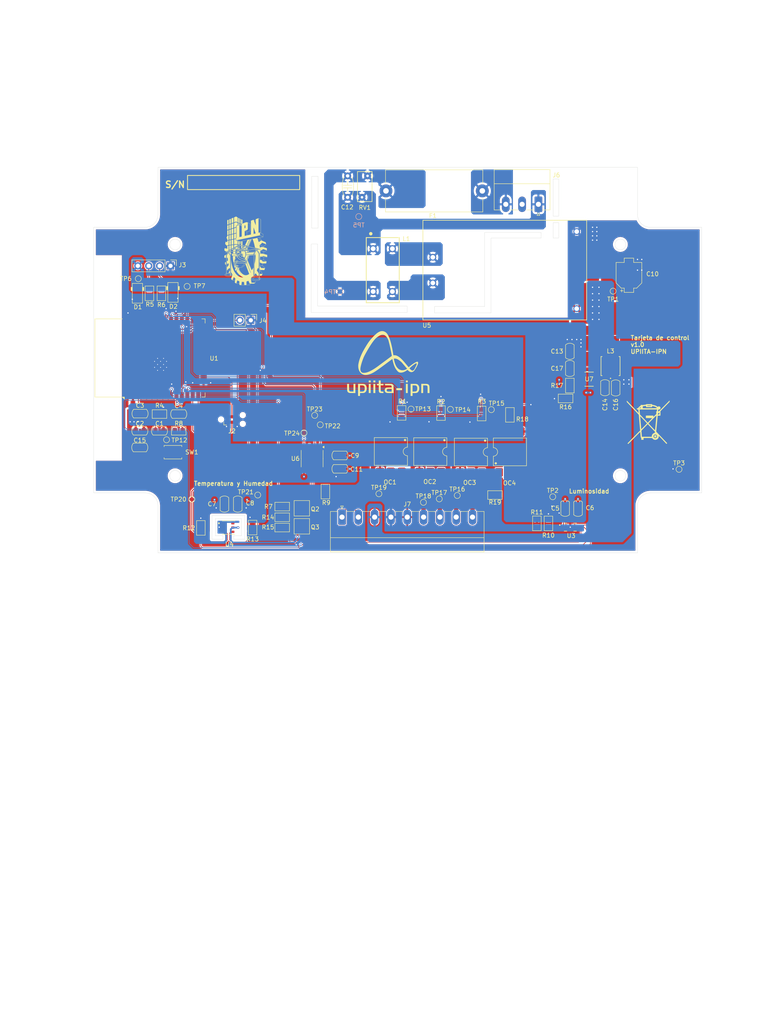
<source format=kicad_pcb>
(kicad_pcb (version 20241229) (generator "pcbnew") (generator_version "9.0")
  (title_block (title "Tarjeta de control") (date "2025-05-30") (rev "A") (company "UPIITA-IPN"))
  (layers (0 "F.Cu" power) (4 "In1.Cu" signal) (6 "In2.Cu" signal) (2 "B.Cu" power) (13 "F.Paste" user) (15 "B.Paste" user) (5 "F.SilkS" user "F.Silkscreen") (7 "B.SilkS" user "B.Silkscreen") (1 "F.Mask" user) (3 "B.Mask" user) (25 "Edge.Cuts" user))
  (property "PCB_version" "1.0")
  (net 0 "")
  (net 1 "/ESP32_EN")
  (net 2 "GND")
  (net 3 "+3.3V")
  (net 4 "Net-(C4-Pad1)")
  (net 5 "+12V")
  (net 6 "/N")
  (net 7 "/L")
  (net 8 "GNDREF")
  (net 9 "/TCK")
  (net 10 "/TDI")
  (net 11 "/TMS")
  (net 12 "/TDO")
  (net 13 "Net-(D1-K)")
  (net 14 "Net-(D2-K)")
  (net 15 "/BOOT")
  (net 16 "/RS485-")
  (net 17 "/RS485+")
  (net 20 "Net-(OC1-Pad1)")
  (net 23 "Net-(OC2-Pad1)")
  (net 26 "Net-(OC3-Pad1)")
  (net 28 "/BOT_M")
  (net 29 "/BTA_M")
  (net 30 "/BTF_M")
  (net 31 "/TXDO")
  (net 32 "/RXDO")
  (net 33 "/SCL")
  (net 34 "/SDA")
  (net 41 "/DI")
  (net 45 "/~{RE}")
  (net 50 "/RO")
  (net 51 "Net-(Q2-B)")
  (net 52 "Net-(U3-ADDR)")
  (net 55 "Net-(J6-Pin_3)")
  (net 56 "/N_FIL")
  (net 57 "/L_FIL")
  (net 58 "Net-(J7-Pin_7)")
  (net 59 "Net-(J7-Pin_6)")
  (net 60 "Net-(J7-Pin_8)")
  (net 61 "Net-(J7-Pin_9)")
  (net 62 "/DVI")
  (net 64 "Net-(Q2-C)")
  (net 65 "Net-(Q3-G)")
  (net 66 "Net-(Q3-S)")
  (net 67 "/AHT20_GND_CTRL")
  (net 68 "Net-(U7-SW)")
  (net 69 "Net-(U7-CB)")
  (net 70 "Net-(U7-FB)")
  (net 72 "Net-(OC4-Pad1)")
  (net 73 "/ROOF_STATE")
  (footprint "PCM_Capacitor_THT_AKL:C_Disc_D5.0mm_W2.5mm_P5.00mm" (layer "F.Cu") (at 93.1 55.1 -90)
    (property "Reference" "C12")
    (property "Value" "0.1uF" (hide yes))
  )
  (footprint "PCM_Capacitor_SMD_AKL:C_0805_2012Metric" (layer "F.Cu") (at 44.55 118.5)
    (property "Reference" "C15")
    (property "Value" "10uF" (hide yes))
  )
  (footprint "LOGO" (layer "F.Cu") (at 163.3 112.6)
    (property "Reference" "G***" (hide yes))
    (property "Value" "LOGO" (hide yes))
  )
  (footprint "TestPoint:TestPoint_Pad_D1.0mm" (layer "F.Cu") (at 170.5 123.6)
    (property "Reference" "TP3")
    (property "Value" "TestPoint")
  )
  (footprint "PCM_Resistor_SMD_AKL:R_0805_2012Metric" (layer "F.Cu") (at 145 104.05 -90)
    (property "Reference" "R17")
    (property "Value" "22K1" (hide yes))
  )
  (footprint "Connector_Phoenix_MC:PhoenixContact_MC_1,5_3-G-3.81_1x03_P3.81mm_Horizontal" (layer "F.Cu") (at 137.655 61.7325 180)
    (property "Reference" "J6")
    (property "Value" "Conn_01x03_Socket")
  )
  (footprint "TestPoint:TestPoint_Pad_D1.0mm" (layer "F.Cu") (at 117.1 109.6)
    (property "Reference" "TP14")
    (property "Value" "TestPoint")
  )
  (footprint "PCM_Package_TO_SOT_SMD_AKL:SOT-23" (layer "F.Cu") (at 82.4 132.7)
    (property "Reference" "Q2")
    (property "Value" "BC817-40" (hide yes))
  )
  (footprint "PCM_Resistor_SMD_AKL:R_0805_2012Metric" (layer "F.Cu") (at 58.815 137.275 -90)
    (property "Reference" "R12")
    (property "Value" "10K" (hide yes))
  )
  (footprint "LMR54406DBVR:LMR54406DBVR_TEX" (layer "F.Cu") (at 149.5 102.55)
    (property "Reference" "U7")
    (property "Value" "LMR54406DBVR")
  )
  (footprint "74405042100:IND_05042100_WRE" (layer "F.Cu") (at 154.5 99.5 90)
    (property "Reference" "L3")
    (property "Value" "10uH")
  )
  (footprint "TestPoint:TestPoint_Pad_D1.0mm" (layer "F.Cu") (at 100.4 129.3)
    (property "Reference" "TP19")
    (property "Value" "TestPoint")
  )
  (footprint "TestPoint:TestPoint_Pad_D1.0mm" (layer "F.Cu") (at 72.1 129.6)
    (property "Reference" "TP21")
    (property "Value" "TestPoint")
  )
  (footprint "TestPoint:TestPoint_Pad_D1.0mm" (layer "F.Cu") (at 107.9 109.535)
    (property "Reference" "TP13")
    (property "Value" "TestPoint")
  )
  (footprint "Connector:Tag-Connect_TC2030-IDC-NL_2x03_P1.27mm_Vertical" (layer "F.Cu") (at 66.07 111.965)
    (property "Reference" "J2")
    (property "Value" "Conn_ARM_SWD_TagConnect_TC2030-NL" (hide yes))
  )
  (footprint "Package_SO:SOIC-8_3.9x4.9mm_P1.27mm" (layer "F.Cu") (at 84.8 121.1 -90)
    (property "Reference" "U6")
    (property "Value" "MAX3485CSA+T")
  )
  (footprint "TestPoint:TestPoint_Pad_D1.0mm" (layer "F.Cu") (at 118.7 129.7)
    (property "Reference" "TP16")
    (property "Value" "TestPoint")
  )
  (footprint "PCM_Capacitor_SMD_AKL:C_0805_2012Metric" (layer "F.Cu") (at 91.31 123.485)
    (property "Reference" "C11")
    (property "Value" "0.1uF" (hide yes))
  )
  (footprint "PCM_Resistor_SMD_AKL:R_0805_2012Metric" (layer "F.Cu") (at 53.6475 114.6)
    (property "Reference" "R8")
    (property "Value" "0" (hide yes))
  )
  (footprint "Connector_PinHeader_2.54mm:PinHeader_1x02_P2.54mm_Vertical" (layer "F.Cu") (at 70.475 88.8 -90)
    (property "Reference" "J4")
    (property "Value" "Conn_01x02_Pin")
  )
  (footprint "PCM_Resistor_SMD_AKL:R_0805_2012Metric" (layer "F.Cu") (at 77.8125 137.2)
    (property "Reference" "R15")
    (property "Value" "10K" (hide yes))
  )
  (footprint "PCM_Resistor_SMD_AKL:R_0805_2012Metric" (layer "F.Cu") (at 144 107.05 180)
    (property "Reference" "R16")
    (property "Value" "69K8" (hide yes))
  )
  (footprint "PCM_Capacitor_SMD_AKL:C_0805_2012Metric" (layer "F.Cu") (at 49.1475 114.6)
    (property "Reference" "C1")
    (property "Value" "0.1uF" (hide yes))
  )
  (footprint "TestPoint:TestPoint_Pad_D1.0mm" (layer "F.Cu") (at 55.6 80.9)
    (property "Reference" "TP7")
    (property "Value" "TestPoint")
  )
  (footprint "TestPoint:TestPoint_Pad_D1.0mm" (layer "F.Cu") (at 82.9 115.1)
    (property "Reference" "TP24")
    (property "Value" "TestPoint")
  )
  (footprint "TestPoint:TestPoint_Pad_D1.0mm" (layer "F.Cu") (at 86.7 113.2)
    (property "Reference" "TP22")
    (property "Value" "TestPoint")
  )
  (footprint "TestPoint:TestPoint_Pad_D1.0mm" (layer "F.Cu") (at 141 130)
    (property "Reference" "TP2")
    (property "Value" "TestPoint")
  )
  (footprint "PCM_Resistor_SMD_AKL:R_0805_2012Metric" (layer "F.Cu") (at 49.1475 110.7)
    (property "Reference" "R4")
    (property "Value" "10K" (hide yes))
  )
  (footprint "PCM_Capacitor_SMD_AKL:C_0805_2012Metric" (layer "F.Cu") (at 155.7 104.6 -90)
    (property "Reference" "C16")
    (property "Value" "0.1uF" (hide yes))
  )
  (footprint "PCM_Capacitor_SMD_AKL:CP_Elec_5x3" (layer "F.Cu") (at 158.8 78.3 90)
    (property "Reference" "C10")
    (property "Value" "220uF" (hide yes))
  )
  (footprint "PCM_Resistor_SMD_AKL:R_0805_2012Metric" (layer "F.Cu") (at 77.8125 134.8)
    (property "Reference" "R14")
    (property "Value" "2K" (hide yes))
  )
  (footprint "PCM_Capacitor_SMD_AKL:C_0805_2012Metric" (layer "F.Cu") (at 53.6475 110.7)
    (property "Reference" "C4")
    (property "Value" "0.1uF" (hide yes))
  )
  (footprint "PCM_Diode_SMD_AKL:D_SOD-123F" (layer "F.Cu") (at 52.3 82.3 -90)
    (property "Reference" "D2")
    (property "Value" "PTVS5V0S1UTR" (hide yes))
  )
  (footprint "PCM_Resistor_SMD_AKL:R_0805_2012Metric" (layer "F.Cu") (at 114.9 110.465 -90)
    (property "Reference" "R2")
    (property "Value" "180" (hide yes))
  )
  (footprint "Varistor:RV_Disc_D7mm_W3.4mm_P5mm" (layer "F.Cu") (at 96.45 60.1 90)
    (property "Reference" "RV1")
    (property "Value" "560V")
  )
  (footprint "PCM_Diode_SMD_AKL:D_SOD-123F" (layer "F.Cu") (at 44 82.5 -90)
    (property "Reference" "D1")
    (property "Value" "PTVS5V0S1UTR" (hide yes))
  )
  (footprint "PCM_Resistor_SMD_AKL:R_0805_2012Metric" (layer "F.Cu") (at 70.9 137.1875 -90)
    (property "Reference" "R13")
    (property "Value" "10K" (hide yes))
  )
  (footprint "PCM_Resistor_SMD_AKL:R_0805_2012Metric" (layer "F.Cu") (at 77.8125 132.3)
    (property "Reference" "R7")
    (property "Value" "10K" (hide yes))
  )
  (footprint "PCM_Resistor_SMD_AKL:R_0805_2012Metric" (layer "F.Cu") (at 46.8 82.5125 -90)
    (property "Reference" "R5")
    (property "Value" "0" (hide yes))
  )
  (footprint "PCM_Package_DIP_AKL:SMDIP-6_W9.53mm" (layer "F.Cu") (at 103.2 119.435 -90)
    (property "Reference" "OC1")
    (property "Value" "4N25SM" (hide yes))
  )
  (footprint "PCM_Capacitor_SMD_AKL:C_0805_2012Metric" (layer "F.Cu") (at 67.435 131.7 90)
    (property "Reference" "C8")
    (property "Value" "0.1uF" (hide yes))
  )
  (footprint "PCM_Capacitor_SMD_AKL:C_0805_2012Metric" (layer "F.Cu") (at 44.61 110.6)
    (property "Reference" "C3")
    (property "Value" "0.1uF" (hide yes))
  )
  (footprint "PCM_Resistor_SMD_AKL:R_0805_2012Metric" (layer "F.Cu") (at 105.7 110.435 -90)
    (property "Reference" "R1")
    (property "Value" "180" (hide yes))
  )
  (footprint "PCM_Resistor_SMD_AKL:R_0805_2012Metric" (layer "F.Cu") (at 131 110.8875 90)
    (property "Reference" "R18")
    (property "Value" "10K" (hide yes))
  )
  (footprint "PCM_Capacitor_SMD_AKL:C_0805_2012Metric" (layer "F.Cu") (at 91.31 120.365)
    (property "Reference" "C9")
    (property "Value" "TBD" (hide yes))
  )
  (footprint "PCM_Capacitor_SMD_AKL:C_0805_2012Metric" (layer "F.Cu") (at 146.9 132.7 90)
    (property "Reference" "C6")
    (property "Value" "0.1uF" (hide yes))
  )
  (footprint "LOGO" (layer "F.Cu") (at 69.3 72.5)
    (property "Reference" "G***" (hide yes))
    (property "Value" "LOGO" (hide yes))
  )
  (footprint "LOGO" (layer "F.Cu") (at 102.658107 99.802482)
    (property "Reference" "G***" (hide yes))
    (property "Value" "LOGO" (hide yes))
  )
  (footprint "TestPoint:TestPoint_Pad_D1.0mm" (layer "F.Cu") (at 126.66 109.665)
    (property "Reference" "TP15")
    (property "Value" "TestPoint")
  )
  (footprint "PCM_Capacitor_SMD_AKL:C_0805_2012Metric" (layer "F.Cu") (at 145 96.05 -90)
    (property "Reference" "C13")
    (property "Value" "22uF" (hide yes))
  )
  (footprint "PCM_Capacitor_SMD_AKL:C_0805_2012Metric" (layer "F.Cu") (at 143.9 132.7 90)
    (property "Reference" "C5")
    (property "Value" "TBD" (hide yes))
  )
  (footprint "PCM_Package_TO_SOT_SMD_AKL:SOT-23" (layer "F.Cu") (at 82.4 136.9)
    (property "Reference" "Q3")
    (property "Value" "BSS84P" (hide yes))
  )
  (footprint "PCM_Package_DIP_AKL:SMDIP-6_W9.53mm" (layer "F.Cu") (at 121.9 119.565 -90)
    (property "Reference" "OC3")
    (property "Value" "4N25SM" (hide yes))
  )
  (footprint "PCM_Capacitor_SMD_AKL:C_0805_2012Metric" (layer "F.Cu") (at 153.2 104.55 -90)
    (property "Reference" "C14")
    (property "Value" "1uF" (hide yes))
  )
  (footprint "Connector_PinHeader_2.54mm:PinHeader_1x04_P2.54mm_Vertical" (layer "F.Cu") (at 51.72 76.1 -90)
    (property "Reference" "J3")
    (property "Value" "Conn_01x04_Pin")
  )
  (footprint "TestPoint:TestPoint_Pad_D1.0mm" (layer "F.Cu") (at 110.8 131.3)
    (property "Reference" "TP18")
    (property "Value" "TestPoint")
  )
  (footprint "Fuse:Fuseholder_Cylinder-5x20mm_Schurter_0031_8201_Horizontal_Open" (layer "F.Cu") (at 124.55 58.6 180)
    (property "Reference" "F1")
    (property "Value" "1A")
  )
  (footprint "PCM_Package_DIP_AKL:SMDIP-6_W9.53mm" (layer "F.Cu") (at 112.4 119.465 -90)
    (property "Reference" "OC2")
    (property "Value" "4N25SM" (hide yes))
  )
  (footprint "footprints:HLK-5Mxx_HLK" (layer "F.Cu") (at 112.999996 74.093801)
    (property "Reference" "U5")
    (property "Value" "HLK-5M12")
  )
  (footprint "PCM_Resistor_SMD_AKL:R_0805_2012Metric" (layer "F.Cu") (at 137.3 136.2125 90)
    (property "Reference" "R11")
    (property "Value" "0" (hide yes))
  )
  (footprint "TestPoint:TestPoint_Pad_D1.0mm" (layer "F.Cu") (at 44.2 79.1)
    (property "Reference" "TP6")
    (property "Value" "TestPoint")
  )
  (footprint "WE-CMB_XS:WE-CMB_XS" (layer "F.Cu") (at 101.3 77.1 -90)
    (property "Reference" "L1")
    (property "Value" "10mH")
  )
  (footprint "TestPoint:TestPoint_Pad_D1.0mm" (layer "F.Cu") (at 56.7 130.6)
    (property "Reference" "TP20")
    (property "Value" "TestPoint")
  )
  (footprint "Connector_Phoenix_MC:PhoenixContact_MC_1,5_9-G-3.81_1x09_P3.81mm_Horizontal" (layer "F.Cu") (at 91.78 134.75)
    (property "Reference" "J7")
    (property "Value" "Conn_01x09_Socket")
  )
  (footprint "PCM_Resistor_SMD_AKL:R_0805_2012Metric" (layer "F.Cu") (at 124.4 110.565 -90)
    (property "Reference" "R3")
    (property "Value" "180" (hide yes))
  )
  (footprint "TestPoint:TestPoint_Pad_D1.0mm" (layer "F.Cu") (at 50.8 116.7)
    (property "Reference" "TP12")
    (property "Value" "TestPoint")
  )
  (footprint "PCM_Resistor_SMD_AKL:R_0805_2012Metric" (layer "F.Cu") (at 140 136.225 -90)
    (property "Reference" "R10")
    (property "Value" "0" (hide yes))
  )
  (footprint "footprints:BH1750FVI-TR_ROM-M" (layer "F.Cu") (at 145.1 137.1)
    (property "Reference" "U3")
    (property "Value" "BH1750FVI-TR")
  )
  (footprint "PCM_Package_DIP_AKL:SMDIP-6_W9.53mm" (layer "F.Cu") (at 131 119.535 90)
    (property "Reference" "OC4")
    (property "Value" "4N25SM" (hide yes))
  )
  (footprint "PCM_Capacitor_SMD_AKL:C_0805_2012Metric" (layer "F.Cu") (at 44.56 114.6)
    (property "Reference" "C2")
    (property "Value" "22uF" (hide yes))
  )
  (footprint "RF_Module:ESP32-WROOM-32D" (layer "F.Cu") (at 49.93 97.6 90)
    (property "Reference" "U1")
    (property "Value" "ESP32-WROOM-32E")
  )
  (footprint "PCM_Capacitor_SMD_AKL:C_0805_2012Metric" (layer "F.Cu") (at 145 100.05 90)
    (property "Reference" "C17")
    (property "Value" "0.1uF" (hide yes))
  )
  (footprint "AHT20:PSON100P300X300X110-6N" (layer "F.Cu") (at 65.3 137.1875)
    (property "Reference" "U4")
    (property "Value" "AHT20")
  )
  (footprint "TestPoint:TestPoint_Pad_D1.0mm" (layer "F.Cu") (at 114.5 130.5)
    (property "Reference" "TP17")
    (property "Value" "TestPoint")
  )
  (footprint "TestPoint:TestPoint_Pad_D1.0mm" (layer "F.Cu") (at 155.1 82)
    (property "Reference" "TP1")
    (property "Value" "TestPoint")
  )
  (footprint "Button_Switch_SMD:SW_Push_SPST_NO_Alps_SKRK" (layer "F.Cu") (at 52.3 119.6)
    (property "Reference" "SW1")
    (property "Value" "SW_Push")
  )
  (footprint "PCM_Resistor_SMD_AKL:R_0805_2012Metric" (layer "F.Cu") (at 127.5125 129.6 180)
    (property "Reference" "R19")
    (property "Value" "1K" (hide yes))
  )
  (footprint "PCM_Resistor_SMD_AKL:R_0805_2012Metric" (layer "F.Cu") (at 87.9 128.7875 -90)
    (property "Reference" "R9")
    (property "Value" "120" (hide yes))
  )
  (footprint "PCM_Capacitor_SMD_AKL:C_0805_2012Metric" (layer "F.Cu") (at 64.315 131.7 90)
    (property "Reference" "C7")
    (property "Value" "TBD" (hide yes))
  )
  (footprint "TestPoint:TestPoint_Pad_D1.0mm" (layer "F.Cu") (at 85.4 111)
    (property "Reference" "TP23")
    (property "Value" "TestPoint")
  )
  (footprint "PCM_Resistor_SMD_AKL:R_0805_2012Metric" (layer "F.Cu") (at 49.6 82.5125 -90)
    (property "Reference" "R6")
    (property "Value" "0" (hide yes))
  )
  (footprint "TestPoint:TestPoint_Pad_D1.0mm" (layer "B.Cu") (at 95.7 64.6 180)
    (property "Reference" "TP5")
    (property "Value" "TestPoint")
  )
  (footprint "TestPoint:TestPoint_Pad_D1.0mm" (layer "B.Cu") (at 91.3 82.1 180)
    (property "Reference" "TP4")
    (property "Value" "TestPoint")
  )
  (gr_rect (start 55.7 55) (end 81.9 58.3) (stroke (width 0.2)) (fill no) (layer "F.SilkS"))
  (gr_arc (start 160.8 132.1) (mid 161.67868 129.97868) (end 163.8 129.1) (stroke (width 0.05)) (layer "Edge.Cuts"))
  (gr_line (start 48.8 64.1) (end 48.8 53.1) (stroke (width 0.05)) (layer "Edge.Cuts"))
  (gr_line (start 175.8 67.1) (end 175.8 129.1) (stroke (width 0.05)) (layer "Edge.Cuts"))
  (gr_rect (start 141.1 55.8) (end 142.4 64.5) (stroke (width 0.05)) (fill no) (layer "Edge.Cuts"))
  (gr_line (start 48.8 143.1) (end 160.8 143.1) (stroke (width 0.05)) (layer "Edge.Cuts"))
  (gr_line (start 64 139.1) (end 64 139.9) (stroke (width 0.05)) (layer "Edge.Cuts"))
  (gr_line (start 160.8 132.1) (end 160.8 143.1) (stroke (width 0.05)) (layer "Edge.Cuts"))
  (gr_circle (center 52.8 71.1) (end 54.05 71.1) (stroke (width 0.05)) (fill no) (layer "Edge.Cuts"))
  (gr_line (start 163.8 67.1) (end 175.8 67.1) (stroke (width 0.05)) (layer "Edge.Cuts"))
  (gr_line (start 61.4 134.4) (end 61.4 139.9) (stroke (width 0.05)) (layer "Edge.Cuts"))
  (gr_line (start 48.8 53.1) (end 160.8 53.1) (stroke (width 0.05)) (layer "Edge.Cuts"))
  (gr_poly (pts (xy 86.1 85.5) (xy 107 85.5) (xy 107 87) (xy 84.6 87) (xy 84.6 71) (xy 86.1 71)) (stroke (width 0.05)) (fill no) (layer "Edge.Cuts"))
  (gr_arc (start 45.8 129.1) (mid 47.92132 129.97868) (end 48.8 132.1) (stroke (width 0.05)) (layer "Edge.Cuts"))
  (gr_line (start 68.3 139.1) (end 66.5 139.1) (stroke (width 0.05)) (layer "Edge.Cuts"))
  (gr_line (start 68.3 139.1) (end 68.3 135.1) (stroke (width 0.05)) (layer "Edge.Cuts"))
  (gr_rect (start 84.7 55.2) (end 86.2 67.3) (stroke (width 0.05)) (fill no) (layer "Edge.Cuts"))
  (gr_line (start 69.1 139.9) (end 66.5 139.9) (stroke (width 0.05)) (layer "Edge.Cuts"))
  (gr_line (start 64 139.9) (end 61.4 139.9) (stroke (width 0.05)) (layer "Edge.Cuts"))
  (gr_line (start 160.8 53.1) (end 160.8 64.1) (stroke (width 0.05)) (layer "Edge.Cuts"))
  (gr_line (start 66.5 139.1) (end 66.5 139.9) (stroke (width 0.05)) (layer "Edge.Cuts"))
  (gr_arc (start 163.8 67.1) (mid 161.67868 66.22132) (end 160.8 64.1) (stroke (width 0.05)) (layer "Edge.Cuts"))
  (gr_line (start 33.8 67.1) (end 45.8 67.1) (stroke (width 0.05)) (layer "Edge.Cuts"))
  (gr_rect (start 141.1 66) (end 142.4 69.6) (stroke (width 0.05)) (fill no) (layer "Edge.Cuts"))
  (gr_circle (center 156.8 125.1) (end 158.05 125.1) (stroke (width 0.05)) (fill no) (layer "Edge.Cuts"))
  (gr_arc (start 48.8 64.1) (mid 47.92132 66.22132) (end 45.8 67.1) (stroke (width 0.05)) (layer "Edge.Cuts"))
  (gr_line (start 33.8 129.1) (end 45.8 129.1) (stroke (width 0.05)) (layer "Edge.Cuts"))
  (gr_line (start 33.8 67.1) (end 33.8 129.1) (stroke (width 0.05)) (layer "Edge.Cuts"))
  (gr_poly (pts (xy 126.6 68.3) (xy 138.3 68.3) (xy 138.3 69.6) (xy 126.6 69.6) (xy 126.6 87.1) (xy 125.1 87.1) (xy 113.4 87.1) (xy 113.4 85.6) (xy 125.1 85.6) (xy 125.1 68.3)) (stroke (width 0.05)) (fill no) (layer "Edge.Cuts"))
  (gr_line (start 69.1 134.4) (end 61.4 134.4) (stroke (width 0.05)) (layer "Edge.Cuts"))
  (gr_line (start 64 139.1) (end 62.2 139.1) (stroke (width 0.05)) (layer "Edge.Cuts"))
  (gr_line (start 62.2 135.1) (end 68.3 135.1) (stroke (width 0.05)) (layer "Edge.Cuts"))
  (gr_circle (center 156.8 71.1) (end 158.05 71.1) (stroke (width 0.05)) (fill no) (layer "Edge.Cuts"))
  (gr_line (start 48.8 132.1) (end 48.8 143.1) (stroke (width 0.05)) (layer "Edge.Cuts"))
  (gr_line (start 69.1 139.9) (end 69.1 134.4) (stroke (width 0.05)) (layer "Edge.Cuts"))
  (gr_line (start 62.2 139.1) (end 62.2 135.1) (stroke (width 0.05)) (layer "Edge.Cuts"))
  (gr_line (start 163.8 129.1) (end 175.8 129.1) (stroke (width 0.05)) (layer "Edge.Cuts"))
  (gr_circle (center 52.8 125.1) (end 54.05 125.1) (stroke (width 0.05)) (fill no) (layer "Edge.Cuts"))
  (gr_text "Temperatura y Humedad" (at 57.1 127.5 0) (layer "F.SilkS") (effects (font (size 1 1) (thickness 0.2) (bold yes)) (justify left bottom)))
  (gr_text "Luminosidad" (at 144.7 129.3 0) (layer "F.SilkS") (effects (font (size 1 1) (thickness 0.2) (bold yes)) (justify left bottom)))
  (gr_text "${TITLE}\nv${PCB_version}\n${COMPANY}" (at 159.1 96.7 0) (layer "F.SilkS") (effects (font (size 1 1) (thickness 0.2) (bold yes)) (justify left bottom)))
  (gr_text "S/N" (at 50.3 58 0) (layer "F.SilkS") (effects (font (size 1.5 1.5) (thickness 0.3) (bold yes)) (justify left bottom)))
  (segment (start 48.1975 115.9975) (end 48.8 116.6) (width 0.2) (layer "F.Cu") (net 1))
  (segment (start 52.735 116.165) (end 52.735 114.6) (width 0.2) (layer "F.Cu") (net 1))
  (segment (start 44.22 106.35) (end 44.22 108.02) (width 0.2) (layer "F.Cu") (net 1))
  (segment (start 48.235 109.535) (end 48.235 110.7) (width 0.2) (layer "F.Cu") (net 1))
  (segment (start 47.3 108.6) (end 48.235 109.535) (width 0.2) (layer "F.Cu") (net 1))
  (segment (start 48.235 114.5625) (end 48.1975 114.6) (width 0.2) (layer "F.Cu") (net 1))
  (segment (start 48.8 116.6) (end 52.3 116.6) (width 0.2) (layer "F.Cu") (net 1))
  (segment (start 48.235 110.7) (end 48.235 114.5625) (width 0.2) (layer "F.Cu") (net 1))
  (segment (start 48.1975 114.6) (end 48.1975 115.9975) (width 0.2) (layer "F.Cu") (net 1))
  (segment (start 44.22 108.02) (end 44.8 108.6) (width 0.2) (layer "F.Cu") (net 1))
  (segment (start 52.3 116.6) (end 52.735 116.165) (width 0.2) (layer "F.Cu") (net 1))
  (segment (start 44.8 108.6) (end 47.3 108.6) (width 0.2) (layer "F.Cu") (net 1))
  (segment (start 61.01 103.31) (end 61.1 103.4) (width 0.2) (layer "F.Cu") (net 2))
  (segment (start 82.895 125.295) (end 82.9 125.3) (width 0.2) (layer "F.Cu") (net 2))
  (segment (start 41.68 88.85) (end 41.68 87.22) (width 0.2) (layer "F.Cu") (net 2))
  (segment (start 92.26 123.485) (end 93.585 123.485) (width 0.2) (layer "F.Cu") (net 2))
  (segment (start 146.9 131.75) (end 146.9 130.5) (width 0.2) (layer "F.Cu") (net 2))
  (segment (start 67.34 112.6) (end 67.34 113.56) (width 0.2) (layer "F.Cu") (net 2))
  (segment (start 170.5 123.6) (end 169.2 123.6) (width 0.2) (layer "F.Cu") (net 2))
  (segment (start 67.34 113.56) (end 67.3 113.6) (width 0.2) (layer "F.Cu") (net 2))
  (segment (start 103.2 114.67) (end 103.2 112.735) (width 0.2) (layer "F.Cu") (net 2))
  (segment (start 93.565 120.365) (end 93.6 120.4) (width 0.2) (layer "F.Cu") (net 2))
  (segment (start 143.501601 137.599999) (end 142.8 137.6) (width 0.15) (layer "F.Cu") (net 2))
  (segment (start 121.9 114.8) (end 121.9 112.805) (width 0.2) (layer "F.Cu") (net 2))
  (segment (start 82.895 123.575) (end 82.895 125.295) (width 0.2) (layer "F.Cu") (net 2))
  (segment (start 112.4 114.7) (end 112.4 112.8) (width 0.2) (layer "F.Cu") (net 2))
  (segment (start 121.9 112.805) (end 121.66 112.565) (width 0.2) (layer "F.Cu") (net 2))
  (segment (start 59.44 103.31) (end 61.01 103.31) (width 0.2) (layer "F.Cu") (net 2))
  (segment (start 41.68 87.22) (end 41.8 87.1) (width 0.2) (layer "F.Cu") (net 2))
  (segment (start 112.4 112.8) (end 112.1 112.5) (width 0.2) (layer "F.Cu") (net 2))
  (segment (start 52 83.7) (end 53.4 83.7) (width 0.2) (layer "F.Cu") (net 2))
  (segment (start 169.2 123.6) (end 169.1 123.5) (width 0.2) (layer "F.Cu") (net 2))
  (segment (start 143.9 131.75) (end 143.9 130.5) (width 0.2) (layer "F.Cu") (net 2))
  (segment (start 44.2 83.9) (end 42.8 83.9) (width 0.2) (layer "F.Cu") (net 2))
  (segment (start 103.2 112.735) (end 103 112.535) (width 0.2) (layer "F.Cu") (net 2))
  (segment (start 92.26 120.365) (end 93.565 120.365) (width 0.2) (layer "F.Cu") (net 2))
  (segment (start 93.585 123.485) (end 93.6 123.5) (width 0.2) (layer "F.Cu") (net 2))
  (via (at 151.3 69.1) (size 0.6) (drill 0.3) (layers "F.Cu" "B.Cu") (net 2))
  (via (at 41.8 87.1) (size 0.6) (drill 0.3) (layers "F.Cu" "B.Cu") (net 2))
  (via (at 145.1 137.1) (size 0.6) (drill 0.3) (layers "F.Cu" "B.Cu") (net 2))
  (via (at 160.8 77.1) (size 0.6) (drill 0.3) (layers "F.Cu" "B.Cu") (net 2))
  (via (at 150.3 67.1) (size 0.6) (drill 0.3) (layers "F.Cu" "B.Cu") (net 2))
  (via (at 151.3 70.1) (size 0.6) (drill 0.3) (layers "F.Cu" "B.Cu") (net 2))
  (via (at 56.9 103.4) (size 0.6) (drill 0.3) (layers "F.Cu" "B.Cu") (net 2))
  (via (at 53 86.7) (size 0.6) (drill 0.3) (layers "F.Cu" "B.Cu") (net 2))
  (via (at 62 130.7) (size 0.6) (drill 0.3) (layers "F.Cu" "B.Cu") (net 2))
  (via (at 81.1 141.2) (size 0.6) (drill 0.3) (layers "F.Cu" "B.Cu") (net 2))
  (via (at 53.4 83.7) (size 0.6) (drill 0.3) (layers "F.Cu" "B.Cu") (net 2))
  (via (at 146.9 130.5) (size 0.6) (drill 0.3) (layers "F.Cu" "B.Cu") (net 2))
  (via (at 54.4 108.3) (size 0.6) (drill 0.3) (layers "F.Cu" "B.Cu") (net 2))
  (via (at 151.3 68.1) (size 0.6) (drill 0.3) (layers "F.Cu" "B.Cu") (net 2))
  (via (at 161.8 74.6) (size 0.6) (drill 0.3) (layers "F.Cu" "B.Cu") (net 2))
  (via (at 150.3 70.1) (size 0.6) (drill 0.3) (layers "F.Cu" "B.Cu") (net 2))
  (via (at 142.5 103.7) (size 0.6) (drill 0.3) (layers "F.Cu" "B.Cu") (net 2))
  (via (at 121.66 112.565) (size 0.6) (drill 0.3) (layers "F.Cu" "B.Cu") (net 2))
  (via (at 67.3 113.6) (size 0.6) (drill 0.3) (layers "F.Cu" "B.Cu") (net 2))
  (via (at 93.6 120.4) (size 0.6) (drill 0.3) (layers "F.Cu" "B.Cu") (net 2))
  (via (at 160.8 74.6) (size 0.6) (drill 0.3) (layers "F.Cu" "B.Cu") (net 2))
  (via (at 169.1 123.5) (size 0.6) (drill 0.3) (layers "F.Cu" "B.Cu") (net 2))
  (via (at 143.9 130.5) (size 0.6) (drill 0.3) (layers "F.Cu" "B.Cu") (net 2))
  (via (at 61.1 103.4) (size 0.6) (drill 0.3) (layers "F.Cu" "B.Cu") (net 2))
  (via (at 124.16 106.065) (size 0.6) (drill 0.3) (layers "F.Cu" "B.Cu") (net 2))
  (via (at 148.8 105.7) (size 0.6) (drill 0.3) (layers "F.Cu" "B.Cu") (net 2))
  (via (at 161.8 77.1) (size 0.6) (drill 0.3) (layers "F.Cu" "B.Cu") (net 2))
  (via (at 50.7 86.1) (size 0.6) (drill 0.3) (layers "F.Cu" "B.Cu") (net 2))
  (via (at 82.9 125.3) (size 0.6) (drill 0.3) (layers "F.Cu" "B.Cu") (net 2))
  (via (at 93.6 123.5) (size 0.6) (drill 0.3) (layers "F.Cu" "B.Cu") (net 2))
  (via (at 55.5 90.3) (size 0.6) (drill 0.3) (layers "F.Cu" "B.Cu") (net 2))
  (via (at 150.3 68.1) (size 0.6) (drill 0.3) (layers "F.Cu" "B.Cu") (net 2))
  (via (at 69.6 130.7) (size 0.6) (drill 0.3) (layers "F.Cu" "B.Cu") (net 2))
  (via (at 150.3 69.1) (size 0.6) (drill 0.3) (layers "F.Cu" "B.Cu") (net 2))
  (via (at 72.7 100.5) (size 0.6) (drill 0.3) (layers "F.Cu" "B.Cu") (net 2))
  (via (at 52 103.7) (size 0.6) (drill 0.3) (layers "F.Cu" "B.Cu") (net 2))
  (via (at 112.1 112.5) (size 0.6) (drill 0.3) (layers "F.Cu" "B.Cu") (net 2))
  (via (at 114.9 106.6) (size 0.6) (drill 0.3) (layers "F.Cu" "B.Cu") (net 2))
  (via (at 107 107.935) (size 0.6) (drill 0.3) (layers "F.Cu" "B.Cu") (net 2))
  (via (at 42.8 83.9) (size 0.6) (drill 0.3) (layers "F.Cu" "B.Cu") (net 2))
  (via (at 103 112.535) (size 0.6) (drill 0.3) (layers "F.Cu" "B.Cu") (net 2))
  (via (at 151.3 67.1) (size 0.6) (drill 0.3) (layers "F.Cu" "B.Cu") (net 2))
  (via (at 142.5 102.7) (size 0.6) (drill 0.3) (layers "F.Cu" "B.Cu") (net 2))
  (via (at 55.3 103.2) (size 0.6) (drill 0.3) (layers "F.Cu" "B.Cu") (net 2))
  (via (at 149.8 105.7) (size 0.6) (drill 0.3) (layers "F.Cu" "B.Cu") (net 2))
  (segment (start 90.36 120.365) (end 90.36 123.485) (width 0.2) (layer "F.Cu") (net 3))
  (segment (start 63.1875 137.1875) (end 64.315 137.1875) (width 0.2) (layer "F.Cu") (net 3))
  (segment (start 63.1 137.1) (end 63.1875 137.1875) (width 0.2) (layer "F.Cu") (net 3))
  (segment (start 143.501601 135.801601) (end 143.501601 135.601601) (width 0.2) (layer "F.Cu") (net 3))
  (segment (start 50.06 109.14) (end 50.1 109.1) (width 0.2) (layer "F.Cu") (net 3))
  (segment (start 135.9 108.5) (end 131.2 108.5) (width 0.2) (layer "F.Cu") (net 3))
  (segment (start 90.36 125.26) (end 90.4 125.3) (width 0.2) (layer "F.Cu") (net 3))
  (segment (start 86.795 123.485) (end 86.705 123.575) (width 0.2) (layer "F.Cu") (net 3))
  (segment (start 143.501601 136.600001) (end 143.501601 135.801601) (width 0.2) (layer "F.Cu") (net 3))
  (segment (start 62.4375 132.65) (end 62.4 132.6125) (width 0.2) (layer "F.Cu") (net 3))
  (segment (start 58.815 136.3625) (end 58.815 135.015) (width 0.2) (layer "F.Cu") (net 3))
  (segment (start 90.36 123.485) (end 86.795 123.485) (width 0.2) (layer "F.Cu") (net 3))
  (segment (start 143.0875 107.05) (end 141.45 107.05) (width 0.2) (layer "F.Cu") (net 3))
  (segment (start 140 135.3125) (end 140 134) (width 0.15) (layer "F.Cu") (net 3))
  (segment (start 131.2 108.5) (end 131 108.7) (width 0.2) (layer "F.Cu") (net 3))
  (segment (start 143.9 133.65) (end 142.65 133.65) (width 0.2) (layer "F.Cu") (net 3))
  (segment (start 64.315 132.65) (end 62.4375 132.65) (width 0.2) (layer "F.Cu") (net 3))
  (segment (start 142.65 133.65) (end 142.5 133.8) (width 0.2) (layer "F.Cu") (net 3))
  (segment (start 69.3625 132.65) (end 69.4 132.6125) (width 0.2) (layer "F.Cu") (net 3))
  (segment (start 50.06 110.7) (end 50.06 109.14) (width 0.2) (layer "F.Cu") (net 3))
  (segment (start 140.8 132.2) (end 141 132) (width 0.2) (layer "F.Cu") (net 3))
  (segment (start 143.501601 135.801601) (end 143.5 135.8) (width 0.2) (layer "F.Cu") (net 3))
  (segment (start 64.8 112.6) (end 64.8 113.6) (width 0.2) (layer "F.Cu") (net 3))
  (segment (start 131 108.7) (end 131 109.975) (width 0.2) (layer "F.Cu") (net 3))
  (segment (start 70.7 136.275) (end 70.7 135.2) (width 0.2) (layer "F.Cu") (net 3))
  (segment (start 143.501601 135.601601) (end 143.9 135.203202) (width 0.2) (layer "F.Cu") (net 3))
  (segment (start 143.9 135.203202) (end 143.9 133.65) (width 0.2) (layer "F.Cu") (net 3))
  (segment (start 143.9 133.65) (end 146.9 133.65) (width 0.2) (layer "F.Cu") (net 3))
  (segment (start 141.45 107.05) (end 141.4 107.1) (width 0.2) (layer "F.Cu") (net 3))
  (segment (start 90.36 123.485) (end 90.36 125.26) (width 0.2) (layer "F.Cu") (net 3))
  (segment (start 70.7 135.2) (end 70.3 134.8) (width 0.2) (layer "F.Cu") (net 3))
  (segment (start 141 132) (end 141 130) (width 0.2) (layer "F.Cu") (net 3))
  (segment (start 67.435 132.65) (end 69.3625 132.65) (width 0.2) (layer "F.Cu") (net 3))
  (segment (start 58.815 135.015) (end 58.8 135) (width 0.2) (layer "F.Cu") (net 3))
  (via (at 135.9 108.5) (size 0.6) (drill 0.3) (layers "F.Cu" "B.Cu") (net 3))
  (via (at 43.2 112.5) (size 0.6) (drill 0.3) (layers "F.Cu" "B.Cu") (net 3))
  (via (at 90.4 125.3) (size 0.6) (drill 0.3) (layers "F.Cu" "B.Cu") (net 3))
  (via (at 58.8 135) (size 0.6) (drill 0.3) (layers "F.Cu" "B.Cu") (net 3))
  (via (at 142.5 133.8) (size 0.6) (drill 0.3) (layers "F.Cu" "B.Cu") (net 3))
  (via (at 140.8 132.2) (size 0.6) (drill 0.3) (layers "F.Cu" "B.Cu") (net 3))
  (via (at 42.3 112.5) (size 0.6) (drill 0.3) (layers "F.Cu" "B.Cu") (net 3))
  (via (at 147.6 95) (size 0.6) (drill 0.3) (layers "F.Cu" "B.Cu") (net 3))
  (via (at 70.3 134.8) (size 0.6) (drill 0.3) (layers "F.Cu" "B.Cu") (net 3))
  (via (at 44.1 112.5) (size 0.6) (drill 0.3) (layers "F.Cu" "B.Cu") (net 3))
  (via (at 144.4 93.3) (size 0.6) (drill 0.3) (layers "F.Cu" "B.Cu") (net 3))
  (via (at 62.4 132.6125) (size 0.6) (drill 0.3) (layers "F.Cu" "B.Cu") (net 3))
  (via (at 63.1 137.1) (size 0.6) (drill 0.3) (layers "F.Cu" "B.Cu") (net 3))
  (via (at 140 134) (size 0.6) (drill 0.3) (layers "F.Cu" "B.Cu") (net 3))
  (via (at 146.6 93.3) (size 0.6) (drill 0.3) (layers "F.Cu" "B.Cu") (net 3))
  (via (at 147.6 93.3) (size 0.6) (drill 0.3) (layers "F.Cu" "B.Cu") (net 3))
  (via (at 147.6 94.1) (size 0.6) (drill 0.3) (layers "F.Cu" "B.Cu") (net 3))
  (via (at 141.4 107.1) (size 0.6) (drill 0.3) (layers "F.Cu" "B.Cu") (net 3))
  (via (at 64.8 113.6) (size 0.6) (drill 0.3) (layers "F.Cu" "B.Cu") (net 3))
  (via (at 69.4 132.6125) (size 0.6) (drill 0.3) (layers "F.Cu" "B.Cu") (net 3))
  (via (at 145.5 93.3) (size 0.6) (drill 0.3) (layers "F.Cu" "B.Cu") (net 3))
  (via (at 50.1 109.1) (size 0.6) (drill 0.3) (layers "F.Cu" "B.Cu") (net 3))
  (segment (start 54.56 114.6) (end 54.56 119.44) (width 0.2) (layer "F.Cu") (net 4))
  (segment (start 52.6975 111.9975) (end 54.56 113.86) (width 0.2) (layer "F.Cu") (net 4))
  (segment (start 54.56 119.44) (end 54.4 119.6) (width 0.2) (layer "F.Cu") (net 4))
  (segment (start 52.6975 110.7) (end 52.6975 111.9975) (width 0.2) (layer "F.Cu") (net 4))
  (segment (start 54.56 113.86) (end 54.56 114.6) (width 0.2) (layer "F.Cu") (net 4))
  (via (at 158.8 102.7) (size 0.6) (drill 0.3) (layers "F.Cu" "B.Cu") (net 5))
  (via (at 150.3 81.1) (size 0.6) (drill 0.3) (layers "F.Cu" "B.Cu") (net 5))
  (via (at 150.3 88.6) (size 0.6) (drill 0.3) (layers "F.Cu" "B.Cu") (net 5))
  (via (at 151.8 87.1) (size 0.6) (drill 0.3) (layers "F.Cu" "B.Cu") (net 5))
  (via (at 157.6 102.7) (size 0.6) (drill 0.3) (layers "F.Cu" "B.Cu") (net 5))
  (via (at 151.8 84.1) (size 0.6) (drill 0.3) (layers "F.Cu" "B.Cu") (net 5))
  (via (at 158.8 103.7) (size 0.6) (drill 0.3) (layers "F.Cu" "B.Cu") (net 5))
  (via (at 151.8 85.6) (size 0.6) (drill 0.3) (layers "F.Cu" "B.Cu") (net 5))
  (via (at 157.6 103.7) (size 0.6) (drill 0.3) (layers "F.Cu" "B.Cu") (net 5))
  (via (at 150.3 85.6) (size 0.6) (drill 0.3) (layers "F.Cu" "B.Cu") (net 5))
  (via (at 150.3 82.6) (size 0.6) (drill 0.3) (layers "F.Cu" "B.Cu") (net 5))
  (via (at 151.8 81.1) (size 0.6) (drill 0.3) (layers "F.Cu" "B.Cu") (net 5))
  (via (at 150.3 84.1) (size 0.6) (drill 0.3) (layers "F.Cu" "B.Cu") (net 5))
  (via (at 151.8 82.6) (size 0.6) (drill 0.3) (layers "F.Cu" "B.Cu") (net 5))
  (via (at 151.8 88.6) (size 0.6) (drill 0.3) (layers "F.Cu" "B.Cu") (net 5))
  (via (at 150.3 87.1) (size 0.6) (drill 0.3) (layers "F.Cu" "B.Cu") (net 5))
  (segment (start 66.07 111.33) (end 66.07 102.87) (width 0.2) (layer "F.Cu") (net 9))
  (segment (start 65.24 102.04) (end 59.44 102.04) (width 0.2) (layer "F.Cu") (net 9))
  (segment (start 66.07 102.87) (end 65.24 102.04) (width 0.2) (layer "F.Cu") (net 9))
  (segment (start 64.4 109.6) (end 58.5 109.6) (width 0.2) (layer "F.Cu") (net 10))
  (segment (start 58.5 109.6) (end 58.19 109.29) (width 0.2) (layer "F.Cu") (net 10))
  (segment (start 64.8 111.33) (end 64.8 110) (width 0.2) (layer "F.Cu") (net 10))
  (segment (start 64.8 110) (end 64.4 109.6) (width 0.2) (layer "F.Cu") (net 10))
  (segment (start 58.19 109.29) (end 58.19 106.35) (width 0.2) (layer "F.Cu") (net 10))
  (segment (start 57.4 115) (end 56.92 114.52) (width 0.2) (layer "F.Cu") (net 11))
  (segment (start 66.07 112.6) (end 66.07 114.73) (width 0.2) (layer "F.Cu") (net 11))
  (segment (start 56.92 114.52) (end 56.92 106.35) (width 0.2) (layer "F.Cu") (net 11))
  (segment (start 65.8 115) (end 57.4 115) (width 0.2) (layer "F.Cu") (net 11))
  (segment (start 66.07 114.73) (end 65.8 115) (width 0.2) (layer "F.Cu") (net 11))
  (segment (start 67.34 111.33) (end 67.34 94.64) (width 0.2) (layer "F.Cu") (net 12))
  (segment (start 67.34 94.64) (end 65.85 93.15) (width 0.2) (layer "F.Cu") (net 12))
  (segment (start 65.85 93.15) (end 59.44 93.15) (width 0.2) (layer "F.Cu") (net 12))
  (segment (start 46.64 81.34) (end 46.64 76.1) (width 0.2) (layer "F.Cu") (net 13))
  (segment (start 46.8 81.6) (end 46.8 81.5) (width 0.2) (layer "F.Cu") (net 13))
  (segment (start 44.2 81.1) (end 45.2 81.1) (width 0.2) (layer "F.Cu") (net 13))
  (segment (start 45.7 81.6) (end 46.8 81.6) (width 0.2) (layer "F.Cu") (net 13))
  (segment (start 45.2 81.1) (end 45.7 81.6) (width 0.2) (layer "F.Cu") (net 13))
  (segment (start 46.8 81.5) (end 46.64 81.34) (width 0.2) (layer "F.Cu") (net 13))
  (segment (start 44.2 81.1) (end 44.2 79.1) (width 0.2) (layer "F.Cu") (net 13))
  (segment (start 49.6 81.6) (end 50.8 81.6) (width 0.2) (layer "F.Cu") (net 14))
  (segment (start 49.6 78.9) (end 49.6 81.6) (width 0.2) (layer "F.Cu") (net 14))
  (segment (start 50.8 81.6) (end 51.5 80.9) (width 0.2) (layer "F.Cu") (net 14))
  (segment (start 51.5 80.9) (end 55.6 80.9) (width 0.2) (layer "F.Cu") (net 14))
  (segment (start 49.18 78.48) (end 49.6 78.9) (width 0.2) (layer "F.Cu") (net 14))
  (segment (start 49.18 76.1) (end 49.18 78.48) (width 0.2) (layer "F.Cu") (net 14))
  (segment (start 58.4 88.8) (end 67.935 88.8) (width 0.2) (layer "F.Cu") (net 15))
  (segment (start 58.35 88.85) (end 58.4 88.8) (width 0.2) (layer "F.Cu") (net 15))
  (segment (start 58.19 88.85) (end 58.35 88.85) (width 0.2) (layer "F.Cu") (net 15))
  (segment (start 93.91 132.17) (end 93.91 129.491802) (width 0.2) (layer "F.Cu") (net 16))
  (segment (start 93.91 129.491802) (end 92.980698 128.5625) (width 0.2) (layer "F.Cu") (net 16))
  (segment (start 85.435 123.575) (end 85.435 124.25) (width 0.2) (layer "F.Cu") (net 16))
  (segment (start 92.980698 128.5625) (end 89.637501 128.5625) (width 0.2) (layer "F.Cu") (net 16))
  (segment (start 86.162499 128.5625) (end 86.849999 127.875) (width 0.2) (layer "F.Cu") (net 16))
  (segment (start 95.59 133.85) (end 93.91 132.17) (width 0.2) (layer "F.Cu") (net 16))
  (segment (start 85.025 124.66) (end 85.025 128.006802) (width 0.2) (layer "F.Cu") (net 16))
  (segment (start 85.435 124.25) (end 85.025 124.66) (width 0.2) (layer "F.Cu") (net 16))
  (segment (start 85.580698 128.5625) (end 86.162499 128.5625) (width 0.2) (layer "F.Cu") (net 16))
  (segment (start 86.849999 127.875) (end 87.9 127.875) (width 0.2) (layer "F.Cu") (net 16))
  (segment (start 95.59 134.75) (end 95.59 133.85) (width 0.2) (layer "F.Cu") (net 16))
  (segment (start 85.025 128.006802) (end 85.580698 128.5625) (width 0.2) (layer "F.Cu") (net 16))
  (segment (start 88.950001 127.875) (end 87.9 127.875) (width 0.2) (layer "F.Cu") (net 16))
  (segment (start 89.637501 128.5625) (end 88.950001 127.875) (width 0.2) (layer "F.Cu") (net 16))
  (segment (start 88.950001 129.7) (end 87.9 129.7) (width 0.2) (layer "F.Cu") (net 17))
  (segment (start 86.162499 129.0125) (end 86.849999 129.7) (width 0.2) (layer "F.Cu") (net 17))
  (segment (start 84.165 124.25) (end 84.575 124.66) (width 0.2) (layer "F.Cu") (net 17))
  (segment (start 85.394302 129.0125) (end 86.162499 129.0125) (width 0.2) (layer "F.Cu") (net 17))
  (segment (start 93.46 132.17) (end 93.46 129.678198) (width 0.2) (layer "F.Cu") (net 17))
  (segment (start 92.794302 129.0125) (end 89.637501 129.0125) (width 0.2) (layer "F.Cu") (net 17))
  (segment (start 91.78 134.75) (end 91.78 133.85) (width 0.2) (layer "F.Cu") (net 17))
  (segment (start 84.165 123.575) (end 84.165 124.25) (width 0.2) (layer "F.Cu") (net 17))
  (segment (start 84.575 128.193198) (end 85.394302 129.0125) (width 0.2) (layer "F.Cu") (net 17))
  (segment (start 89.637501 129.0125) (end 88.950001 129.7) (width 0.2) (layer "F.Cu") (net 17))
  (segment (start 91.78 133.85) (end 93.46 132.17) (width 0.2) (layer "F.Cu") (net 17))
  (segment (start 86.849999 129.7) (end 87.9 129.7) (width 0.2) (layer "F.Cu") (net 17))
  (segment (start 84.575 124.66) (end 84.575 128.193198) (width 0.2) (layer "F.Cu") (net 17))
  (segment (start 93.46 129.678198) (end 92.794302 129.0125) (width 0.2) (layer "F.Cu") (net 17))
  (segment (start 105.7 114.63) (end 105.74 114.67) (width 0.2) (layer "F.Cu") (net 20))
  (segment (start 105.7 111.3475) (end 105.7 114.63) (width 0.2) (layer "F.Cu") (net 20))
  (segment (start 114.9 111.3775) (end 114.9 114.66) (width 0.2) (layer "F.Cu") (net 23))
  (segment (start 114.9 114.66) (end 114.94 114.7) (width 0.2) (layer "F.Cu") (net 23))
  (segment (start 124.4 114.76) (end 124.44 114.8) (width 0.2) (layer "F.Cu") (net 26))
  (segment (start 124.4 111.4775) (end 124.4 114.76) (width 0.2) (layer "F.Cu") (net 26))
  (segment (start 105.7 109.5225) (end 105.7 107.935) (width 0.2) (layer "F.Cu") (net 28))
  (segment (start 50.57 88.85) (end 50.57 87.33) (width 0.2) (layer "F.Cu") (net 28))
  (segment (start 107.8875 109.5225) (end 107.9 109.535) (width 0.2) (layer "F.Cu") (net 28))
  (segment (start 50.57 87.33) (end 50.7 87.2) (width 0.2) (layer "F.Cu") (net 28))
  (segment (start 105.7 109.5225) (end 107.8875 109.5225) (width 0.2) (layer "F.Cu") (net 28))
  (via (at 50.7 87.2) (size 0.6) (drill 0.3) (layers "F.Cu" "B.Cu") (net 28))
  (via (at 105.8 107.935) (size 0.6) (drill 0.3) (layers "F.Cu" "B.Cu") (net 28))
  (segment (start 105.8 107.935) (end 105.8 102.5) (width 0.2) (layer "B.Cu") (net 28))
  (segment (start 56.7 101) (end 57.7 102) (width 0.2) (layer "B.Cu") (net 28))
  (segment (start 105.8 102.5) (end 105.3 102) (width 0.2) (layer "B.Cu") (net 28))
  (segment (start 56.7 88.9) (end 56.7 101) (width 0.2) (layer "B.Cu") (net 28))
  (segment (start 50.7 87.7) (end 51.4 88.4) (width 0.2) (layer "B.Cu") (net 28))
  (segment (start 57.7 102) (end 105.3 102) (width 0.2) (layer "B.Cu") (net 28))
  (segment (start 51.4 88.4) (end 56.2 88.4) (width 0.2) (layer "B.Cu") (net 28))
  (segment (start 56.2 88.4) (end 56.7 88.9) (width 0.2) (layer "B.Cu") (net 28))
  (segment (start 50.7 87.2) (end 50.7 87.7) (width 0.2) (layer "B.Cu") (net 28))
  (segment (start 114.9 109.5525) (end 117.0525 109.5525) (width 0.2) (layer "F.Cu") (net 29))
  (segment (start 54.38 104.92) (end 55.1 104.2) (width 0.2) (layer "F.Cu") (net 29))
  (segment (start 54.38 106.35) (end 54.38 104.92) (width 0.2) (layer "F.Cu") (net 29))
  (segment (start 114.9 109.5525) (end 114.9 107.7) (width 0.2) (layer "F.Cu") (net 29))
  (segment (start 117.0525 109.5525) (end 117.1 109.6) (width 0.2) (layer "F.Cu") (net 29))
  (via (at 55.1 104.2) (size 0.6) (drill 0.3) (layers "F.Cu" "B.Cu") (net 29))
  (via (at 114.9 107.8) (size 0.6) (drill 0.3) (layers "F.Cu" "B.Cu") (net 29))
  (segment (start 66.1 103.7) (end 103.5 103.7) (width 0.2) (layer "B.Cu") (net 29))
  (segment (start 104.4 104.6) (end 104.4 109.6) (width 0.2) (layer "B.Cu") (net 29))
  (segment (start 65.725265 104.074735) (end 66.1 103.7) (width 0.2) (layer "B.Cu") (net 29))
  (segment (start 114.9 107.8) (end 114.9 110.1) (width 0.2) (layer "B.Cu") (net 29))
  (segment (start 55.225265 104.074735) (end 65.725265 104.074735) (width 0.2) (layer "B.Cu") (net 29))
  (segment (start 55.1 104.2) (end 55.225265 104.074735) (width 0.2) (layer "B.Cu") (net 29))
  (segment (start 105.2 110.4) (end 114.6 110.4) (width 0.2) (layer "B.Cu") (net 29))
  (segment (start 114.9 110.1) (end 114.6 110.4) (width 0.2) (layer "B.Cu") (net 29))
  (segment (start 104.4 109.6) (end 105.2 110.4) (width 0.2) (layer "B.Cu") (net 29))
  (segment (start 103.5 103.7) (end 104.4 104.6) (width 0.2) (layer "B.Cu") (net 29))
  (segment (start 55.65 104.95) (end 55.924265 104.675735) (width 0.2) (layer "F.Cu") (net 30))
  (segment (start 124.4 109.6525) (end 124.4475 109.6525) (width 0.2) (layer "F.Cu") (net 30))
  (segment (start 124.46 109.665) (end 126.66 109.665) (width 0.2) (layer "F.Cu") (net 30))
  (segment (start 124.4 107.305) (end 124.26 107.165) (width 0.2) (layer "F.Cu") (net 30))
  (segment (start 124.4 109.6525) (end 124.4 107.305) (width 0.2) (layer "F.Cu") (net 30))
  (segment (start 55.65 106.35) (end 55.65 104.95) (width 0.2) (layer "F.Cu") (net 30))
  (segment (start 124.4475 109.6525) (end 124.46 109.665) (width 0.2) (layer "F.Cu") (net 30))
  (via (at 55.924265 104.675735) (size 0.6) (drill 0.3) (layers "F.Cu" "B.Cu") (net 30))
  (via (at 124.26 107.165) (size 0.6) (drill 0.3) (layers "F.Cu" "B.Cu") (net 30))
  (segment (start 104.1 111) (end 124.1 111) (width 0.2) (layer "B.Cu") (net 30))
  (segment (start 124.26 110.84) (end 124.26 107.165) (width 0.2) (layer "B.Cu") (net 30))
  (segment (start 55.924265 104.675735) (end 103.375735 104.675735) (width 0.2) (layer "B.Cu") (net 30))
  (segment (start 103.8 105.1) (end 103.8 110.7) (width 0.2) (layer "B.Cu") (net 30))
  (segment (start 103.375735 104.675735) (end 103.8 105.1) (width 0.2) (layer "B.Cu") (net 30))
  (segment (start 103.8 110.7) (end 104.1 111) (width 0.2) (layer "B.Cu") (net 30))
  (segment (start 124.1 111) (end 124.26 110.84) (width 0.2) (layer "B.Cu") (net 30))
  (segment (start 46.8 86) (end 46.8 83.425) (width 0.2) (layer "F.Cu") (net 31))
  (segment (start 45.49 87.31) (end 46.8 86) (width 0.2) (layer "F.Cu") (net 31))
  (segment (start 45.49 88.85) (end 45.49 87.31) (width 0.2) (layer "F.Cu") (net 31))
  (segment (start 46.76 87.14) (end 49.6 84.3) (width 0.2) (layer "F.Cu") (net 32))
  (segment (start 49.6 84.3) (end 49.6 83.425) (width 0.2) (layer "F.Cu") (net 32))
  (segment (start 46.76 88.85) (end 46.76 87.14) (width 0.2) (layer "F.Cu") (net 32))
  (segment (start 60.976 140.476) (end 64.624 140.476) (width 0.15) (layer "F.Cu") (net 33))
  (segment (start 70 91.7) (end 70 126.4) (width 0.2) (layer "F.Cu") (net 33))
  (segment (start 148.9 141.9) (end 59.2 141.9) (width 0.15) (layer "F.Cu") (net 33))
  (segment (start 69.1 127.3) (end 58.1 127.3) (width 0.2) (layer "F.Cu") (net 33))
  (segment (start 57.2875 138.1875) (end 58.815 138.1875) (width 0.2) (layer "F.Cu") (net 33))
  (segment (start 64.6025 138.2025) (end 64.3 138.2025) (width 0.15) (layer "F.Cu") (net 33))
  (segment (start 60.5 138.3) (end 60.5 140) (width 0.15) (layer "F.Cu") (net 33))
  (segment (start 56.7 137.6) (end 57.2875 138.1875) (width 0.2) (layer "F.Cu") (net 33))
  (segment (start 69.3 91) (end 70 91.7) (width 0.2) (layer "F.Cu") (net 33))
  (segment (start 44.22 91.22) (end 44.6 91.6) (width 0.2) (layer "F.Cu") (net 33))
  (segment (start 44.22 88.85) (end 44.22 91.22) (width 0.2) (layer "F.Cu") (net 33))
  (segment (start 56.3 91.6) (end 56.9 91) (width 0.2) (layer "F.Cu") (net 33))
  (segment (start 149.8 137.3) (end 149.8 141) (width 0.15) (layer "F.Cu") (net 33))
  (segment (start 59.2 141.9) (end 58.8 141.5) (width 0.15) (layer "F.Cu") (net 33))
  (segment (start 56.9 91) (end 69.3 91) (width 0.2) (layer "F.Cu") (net 33))
  (segment (start 64.3 138.2025) (end 64.315 138.1875) (width 0.15) (layer "F.Cu") (net 33))
  (segment (start 65 138.6) (end 64.6025 138.2025) (width 0.15) (layer "F.Cu") (net 33))
  (segment (start 149.8 141) (end 148.9 141.9) (width 0.15) (layer "F.Cu") (net 33))
  (segment (start 58.8 138.2025) (end 58.815 138.1875) (width 0.15) (layer "F.Cu") (net 33))
  (segment (start 60.3875 138.1875) (end 60.5 138.3) (width 0.15) (layer "F.Cu") (net 33))
  (segment (start 56.7 128.7) (end 56.7 137.6) (width 0.2) (layer "F.Cu") (net 33))
  (segment (start 58.1 127.3) (end 56.7 128.7) (width 0.2) (layer "F.Cu") (net 33))
  (segment (start 44.6 91.6) (end 56.3 91.6) (width 0.2) (layer "F.Cu") (net 33))
  (segment (start 146.698399 136.600001) (end 149.100001 136.600001) (width 0.15) (layer "F.Cu") (net 33))
  (segment (start 149.100001 136.600001) (end 149.8 137.3) (width 0.15) (layer "F.Cu") (net 33))
  (segment (start 65 140.1) (end 65 138.6) (width 0.15) (layer "F.Cu") (net 33))
  (segment (start 58.8 141.5) (end 58.8 138.2025) (width 0.15) (layer "F.Cu") (net 33))
  (segment (start 58.815 138.1875) (end 60.3875 138.1875) (width 0.15) (layer "F.Cu") (net 33))
  (segment (start 60.5 140) (end 60.976 140.476) (width 0.15) (layer "F.Cu") (net 33))
  (segment (start 64.624 140.476) (end 65 140.1) (width 0.15) (layer "F.Cu") (net 33))
  (segment (start 70 126.4) (end 69.1 127.3) (width 0.2) (layer "F.Cu") (net 33))
  (segment (start 79.8 140.6) (end 147 140.6) (width 0.15) (layer "F.Cu") (net 34))
  (segment (start 147.6 137.7) (end 147.5 137.6) (width 0.15) (layer "F.Cu") (net 34))
  (segment (start 56.8 90.4) (end 71.1 90.4) (width 0.2) (layer "F.Cu") (net 34))
  (segment (start 69.876 138.1) (end 69.676 138.3) (width 0.15) (layer "F.Cu") (net 34))
  (segment (start 65.551 140.051) (end 66.1 140.6) (width 0.15) (layer "F.Cu") (net 34))
  (segment (start 70.9 138.1) (end 70.9 139.3) (width 0.15) (layer "F.Cu") (net 34))
  (segment (start 79.2 140) (end 79.8 140.6) (width 0.15) (layer "F.Cu") (net 34))
  (segment (start 69.676 140.138587) (end 69.214587 140.6) (width 0.15) (layer "F.Cu") (net 34))
  (segment (start 147.6 140) (end 147.6 137.7) (width 0.15) (layer "F.Cu") (net 34))
  (segment (start 70.9 139.3) (end 71.6 140) (width 0.15) (layer "F.Cu") (net 34))
  (segment (start 71.6 140) (end 79.2 140) (width 0.15) (layer "F.Cu") (net 34))
  (segment (start 65.8125 138.1875) (end 65.551 138.449) (width 0.15) (layer "F.Cu") (net 34))
  (segment (start 66.285 138.1875) (end 65.8125 138.1875) (width 0.15) (layer "F.Cu") (net 34))
  (segment (start 56.299 90.901) (end 56.8 90.4) (width 0.2) (layer "F.Cu") (net 34))
  (segment (start 66.1 140.6) (end 69.214587 140.6) (width 0.15) (layer "F.Cu") (net 34))
  (segment (start 71.8 138.1) (end 70.315 138.1) (width 0.2) (layer "F.Cu") (net 34))
  (segment (start 147.5 137.6) (end 146.698399 137.599999) (width 0.15) (layer "F.Cu") (net 34))
  (segment (start 69.676 138.3) (end 69.676 140.138587) (width 0.15) (layer "F.Cu") (net 34))
  (segment (start 147 140.6) (end 147.6 140) (width 0.15) (layer "F.Cu") (net 34))
  (segment (start 72 137.9) (end 71.8 138.1) (width 0.2) (layer "F.Cu") (net 34))
  (segment (start 48.03 90.63) (end 48.301 90.901) (width 0.2) (layer "F.Cu") (net 34))
  (segment (start 71.1 90.4) (end 72 91.3) (width 0.2) (layer "F.Cu") (net 34))
  (segment (start 65.551 138.449) (end 65.551 140.051) (width 0.15) (layer "F.Cu") (net 34))
  (segment (start 48.301 90.901) (end 56.299 90.901) (width 0.2) (layer "F.Cu") (net 34))
  (segment (start 72 91.3) (end 72 137.9) (width 0.2) (layer "F.Cu") (net 34))
  (segment (start 48.03 88.85) (end 48.03 90.63) (width 0.2) (layer "F.Cu") (net 34))
  (segment (start 70.9 138.1) (end 69.876 138.1) (width 0.15) (layer "F.Cu") (net 34))
  (segment (start 82.895 118.625) (end 82.895 116.405) (width 0.2) (layer "F.Cu") (net 41))
  (segment (start 54.38 88.85) (end 54.38 90.18) (width 0.2) (layer "F.Cu") (net 41))
  (segment (start 82.895 116.405) (end 82.9 116.4) (width 0.2) (layer "F.Cu") (net 41))
  (segment (start 54.38 90.18) (end 54.5 90.3) (width 0.2) (layer "F.Cu") (net 41))
  (segment (start 82.9 116.4) (end 82.9 115.1) (width 0.2) (layer "F.Cu") (net 41))
  (via (at 54.5 90.3) (size 0.6) (drill 0.3) (layers "F.Cu" "B.Cu") (net 41))
  (via (at 82.9 116.4) (size 0.6) (drill 0.3) (layers "F.Cu" "B.Cu") (net 41))
  (segment (start 82.7 106) (end 82.9 106.2) (width 0.2) (layer "B.Cu") (net 41))
  (segment (start 54.5 90.3) (end 54.5 105.8) (width 0.2) (layer "B.Cu") (net 41))
  (segment (start 54.5 105.8) (end 54.7 106) (width 0.2) (layer "B.Cu") (net 41))
  (segment (start 54.7 106) (end 82.7 106) (width 0.2) (layer "B.Cu") (net 41))
  (segment (start 82.9 106.2) (end 82.9 116.4) (width 0.2) (layer "B.Cu") (net 41))
  (segment (start 85.435 104.435) (end 85.435 118.625) (width 0.2) (layer "F.Cu") (net 45))
  (segment (start 51.84 88.85) (end 51.84 87.76) (width 0.2) (layer "F.Cu") (net 45))
  (segment (start 73.3 103.2) (end 74 103.9) (width 0.2) (layer "F.Cu") (net 45))
  (segment (start 85.435 118.625) (end 84.165 118.625) (width 0.2) (layer "F.Cu") (net 45))
  (segment (start 73.3 99.7) (end 73.3 103.2) (width 0.2) (layer "F.Cu") (net 45))
  (segment (start 84.9 103.9) (end 85.435 104.435) (width 0.2) (layer "F.Cu") (net 45))
  (segment (start 74 103.9) (end 84.9 103.9) (width 0.2) (layer "F.Cu") (net 45))
  (segment (start 51.84 87.76) (end 52.2 87.4) (width 0.2) (layer "F.Cu") (net 45))
  (via (at 73.3 99.7) (size 0.6) (drill 0.3) (layers "F.Cu" "B.Cu") (net 45))
  (via (at 52.2 87.4) (size 0.6) (drill 0.3) (layers "F.Cu" "B.Cu") (net 45))
  (segment (start 62 88.1) (end 62 90.4) (width 0.2) (layer "B.Cu") (net 45))
  (segment (start 73.3 91.4) (end 73.3 99.7) (width 0.2) (layer "B.Cu") (net 45))
  (segment (start 52.2 87.4) (end 61.3 87.4) (width 0.2) (layer "B.Cu") (net 45))
  (segment (start 62.5 90.9) (end 72.8 90.9) (width 0.2) (layer "B.Cu") (net 45))
  (segment (start 62 90.4) (end 62.5 90.9) (width 0.2) (layer "B.Cu") (net 45))
  (segment (start 72.8 90.9) (end 73.3 91.4) (width 0.2) (layer "B.Cu") (net 45))
  (segment (start 61.3 87.4) (end 62 88.1) (width 0.2) (layer "B.Cu") (net 45))
  (segment (start 74.6 102.8) (end 86.3 102.8) (width 0.2) (layer "F.Cu") (net 50))
  (segment (start 55.65 86.55) (end 55.9 86.3) (width 0.2) (layer "F.Cu") (net 50))
  (segment (start 73.1 86.3) (end 74 87.2) (width 0.2) (layer "F.Cu") (net 50))
  (segment (start 55.65 88.85) (end 55.65 86.55) (width 0.2) (layer "F.Cu") (net 50))
  (segment (start 74 87.2) (end 74 102.2) (width 0.2) (layer "F.Cu") (net 50))
  (segment (start 86.705 103.205) (end 86.705 118.625) (width 0.2) (layer "F.Cu") (net 50))
  (segment (start 55.9 86.3) (end 73.1 86.3) (width 0.2) (layer "F.Cu") (net 50))
  (segment (start 74 102.2) (end 74.6 102.8) (width 0.2) (layer "F.Cu") (net 50))
  (segment (start 86.3 102.8) (end 86.705 103.205) (width 0.2) (layer "F.Cu") (net 50))
  (segment (start 79.8 132.3) (end 80.35 131.75) (width 0.2) (layer "F.Cu") (net 51))
  (segment (start 78.725 132.3) (end 79.8 132.3) (width 0.2) (layer "F.Cu") (net 51))
  (segment (start 80.35 131.75) (end 81.4 131.75) (width 0.2) (layer "F.Cu") (net 51))
  (segment (start 142.2 137.1) (end 143.501601 137.1) (width 0.15) (layer "F.Cu") (net 52))
  (segment (start 140 137.1375) (end 142.1625 137.1375) (width 0.15) (layer "F.Cu") (net 52))
  (segment (start 142.1625 137.1375) (end 142.2 137.1) (width 0.15) (layer "F.Cu") (net 52))
  (segment (start 137.6 137.125) (end 139.9875 137.125) (width 0.15) (layer "F.Cu") (net 52))
  (segment (start 114.64 134.75) (end 114.64 130.24) (width 1) (layer "F.Cu") (net 58))
  (segment (start 112.4 128) (end 112.4 124.23) (width 1) (layer "F.Cu") (net 58))
  (segment (start 114.64 130.24) (end 112.4 128) (width 1) (layer "F.Cu") (net 58))
  (segment (start 110.83 134.75) (end 110.83 128.23) (width 1) (layer "F.Cu") (net 59))
  (segment (start 103.2 126) (end 103.2 124.2) (width 1) (layer "F.Cu") (net 59))
  (segment (start 103.9 126.7) (end 103.2 126) (width 1) (layer "F.Cu") (net 59))
  (segment (start 109.3 126.7) (end 103.9 126.7) (width 1) (layer "F.Cu") (net 59))
  (segment (start 110.83 128.23) (end 109.3 126.7) (width 1) (layer "F.Cu") (net 59))
  (segment (start 118.45 134.75) (end 118.45 129.85) (width 1) (layer "F.Cu") (net 60))
  (segment (start 121.9 126.4) (end 121.9 124.33) (width 1) (layer "F.Cu") (net 60))
  (segment (start 118.45 129.85) (end 121.9 126.4) (width 1) (layer "F.Cu") (net 60))
  (segment (start 122.26 134.75) (end 122.26 130.44) (width 1) (layer "F.Cu") (net 61))
  (segment (start 122.26 130.44) (end 123.1 129.6) (width 1) (layer "F.Cu") (net 61))
  (segment (start 123.1 129.6) (end 126.6 129.6) (width 1) (layer "F.Cu") (net 61))
  (segment (start 148.1 141.2) (end 148.9 140.4) (width 0.15) (layer "F.Cu") (net 62))
  (segment (start 53.11 106.35) (end 53.11 108.11) (width 0.15) (layer "F.Cu") (net 62))
  (segment (start 53.11 108.11) (end 53.3 108.3) (width 0.15) (layer "F.Cu") (net 62))
  (segment (start 82.2 141.2) (end 148.1 141.2) (width 0.15) (layer "F.Cu") (net 62))
  (segment (start 148.9 140.4) (end 148.9 137.7) (width 0.15) (layer "F.Cu") (net 62))
  (segment (start 148.9 137.7) (end 148.3 137.1) (width 0.15) (layer "F.Cu") (net 62))
  (segment (start 148.3 137.1) (end 146.698399 137.1) (width 0.15) (layer "F.Cu") (net 62))
  (via (at 53.3 108.3) (size 0.6) (drill 0.3) (layers "F.Cu" "B.Cu") (net 62))
  (via (at 82.2 141.2) (size 0.6) (drill 0.3) (layers "F.Cu" "B.Cu") (net 62))
  (segment (start 41.4 107.5) (end 52.9 107.5) (width 0.15) (layer "B.Cu") (net 62))
  (segment (start 41.5 114.2) (end 41.1 113.8) (width 0.15) (layer "B.Cu") (net 62))
  (segment (start 56.1 114.8) (end 55.5 114.2) (width 0.15) (layer "B.Cu") (net 62))
  (segment (start 53.3 107.9) (end 53.3 108.3) (width 0.15) (layer "B.Cu") (net 62))
  (segment (start 41.1 107.8) (end 41.4 107.5) (width 0.15) (layer "B.Cu") (net 62))
  (segment (start 82.2 141.2) (end 81.5 141.9) (width 0.15) (layer "B.Cu") (net 62))
  (segment (start 52.9 107.5) (end 53.3 107.9) (width 0.15) (layer "B.Cu") (net 62))
  (segment (start 81.5 141.9) (end 57.1 141.9) (width 0.15) (layer "B.Cu") (net 62))
  (segment (start 57.1 141.9) (end 56.1 140.9) (width 0.15) (layer "B.Cu") (net 62))
  (segment (start 55.5 114.2) (end 41.5 114.2) (width 0.15) (layer "B.Cu") (net 62))
  (segment (start 56.1 140.9) (end 56.1 114.8) (width 0.15) (layer "B.Cu") (net 62))
  (segment (start 41.1 113.8) (end 41.1 107.8) (width 0.15) (layer "B.Cu") (net 62))
  (segment (start 81.185936 132.7) (end 83.4 132.7) (width 0.2) (layer "F.Cu") (net 64))
  (segment (start 78.4 133.3) (end 80.585936 133.3) (width 0.2) (layer "F.Cu") (net 64))
  (segment (start 80.585936 133.3) (end 81.185936 132.7) (width 0.2) (layer "F.Cu") (net 64))
  (segment (start 76.9 137.2) (end 76.9 134.8) (width 0.2) (layer "F.Cu") (net 64))
  (segment (start 76.9 134.8) (end 78.4 133.3) (width 0.2) (layer "F.Cu") (net 64))
  (segment (start 79.4 134.8) (end 80.55 135.95) (width 0.2) (layer "F.Cu") (net 65))
  (segment (start 78.725 134.8) (end 79.4 134.8) (width 0.2) (layer "F.Cu") (net 65))
  (segment (start 80.55 135.95) (end 81.4 135.95) (width 0.2) (layer "F.Cu") (net 65))
  (segment (start 79.5 137.2) (end 80.15 137.85) (width 0.2) (layer "F.Cu") (net 66))
  (segment (start 66.285 137.1875) (end 67.4875 137.1875) (width 0.2) (layer "F.Cu") (net 66))
  (segment (start 80.15 137.85) (end 81.4 137.85) (width 0.2) (layer "F.Cu") (net 66))
  (segment (start 81.4 137.85) (end 81.4 139.3) (width 0.5) (layer "F.Cu") (net 66))
  (segment (start 67.4875 137.1875) (end 67.5 137.2) (width 0.2) (layer "F.Cu") (net 66))
  (segment (start 78.725 137.2) (end 79.5 137.2) (width 0.2) (layer "F.Cu") (net 66))
  (via (at 81.4 139.3) (size 0.6) (drill 0.3) (layers "F.Cu" "B.Cu") (net 66))
  (via (at 67.5 137.2) (size 0.6) (drill 0.3) (layers "F.Cu" "B.Cu") (net 66))
  (segment (start 80.5 140.7) (end 81.4 139.8) (width 0.4) (layer "B.Cu") (net 66))
  (segment (start 81.4 139.8) (end 81.4 139.3) (width 0.4) (layer "B.Cu") (net 66))
  (segment (start 66.2 137.2) (end 65.8 137.6) (width 0.4) (layer "B.Cu") (net 66))
  (segment (start 65.8 140.2) (end 66.3 140.7) (width 0.4) (layer "B.Cu") (net 66))
  (segment (start 67.5 137.2) (end 66.2 137.2) (width 0.4) (layer "B.Cu") (net 66))
  (segment (start 66.3 140.7) (end 80.5 140.7) (width 0.4) (layer "B.Cu") (net 66))
  (segment (start 65.8 137.6) (end 65.8 140.2) (width 0.4) (layer "B.Cu") (net 66))
  (segment (start 51.84 106.35) (end 51.84 105.06) (width 0.2) (layer "F.Cu") (net 67))
  (segment (start 76.9 132.3) (end 76.9 107.7) (width 0.2) (layer "F.Cu") (net 67))
  (segment (start 51.84 105.06) (end 52 104.9) (width 0.2) (layer "F.Cu") (net 67))
  (via (at 76.9 107.7) (size 0.6) (drill 0.3) (layers "F.Cu" "B.Cu") (net 67))
  (via (at 52 104.9) (size 0.6) (drill 0.3) (layers "F.Cu" "B.Cu") (net 67))
  (segment (start 52.5 106.5) (end 67.1 106.5) (width 0.2) (layer "B.Cu") (net 67))
  (segment (start 68.3 107.7) (end 76.9 107.7) (width 0.2) (layer "B.Cu") (net 67))
  (segment (start 52 104.9) (end 52 106) (width 0.2) (layer "B.Cu") (net 67))
  (segment (start 52 106) (end 52.5 106.5) (width 0.2) (layer "B.Cu") (net 67))
  (segment (start 67.1 106.5) (end 68.3 107.7) (width 0.2) (layer "B.Cu") (net 67))
  (segment (start 147.5602 101.6102) (end 146.95 101) (width 0.2) (layer "F.Cu") (net 69))
  (segment (start 148.137549 101.6102) (end 147.5602 101.6102) (width 0.2) (layer "F.Cu") (net 69))
  (segment (start 146.95 101) (end 145 101) (width 0.2) (layer "F.Cu") (net 69))
  (segment (start 145 106.9625) (end 144.9125 107.05) (width 0.2) (layer "F.Cu") (net 70))
  (segment (start 147.05 107.05) (end 147.3 106.8) (width 0.2) (layer "F.Cu") (net 70))
  (segment (start 145 104.9625) (end 145 106.9625) (width 0.2) (layer "F.Cu") (net 70))
  (segment (start 147.3 106.8) (end 147.3 104.327349) (width 0.2) (layer "F.Cu") (net 70))
  (segment (start 147.3 104.327349) (end 148.137549 103.4898) (width 0.2) (layer "F.Cu") (net 70))
  (segment (start 144.9125 107.05) (end 147.05 107.05) (width 0.2) (layer "F.Cu") (net 70))
  (segment (start 128.425 124.335) (end 128.46 124.3) (width 1) (layer "F.Cu") (net 72))
  (segment (start 128.425 129.6) (end 128.425 124.335) (width 1) (layer "F.Cu") (net 72))
  (segment (start 129.1 104.1) (end 129.1 111.4) (width 0.2) (layer "F.Cu") (net 73))
  (segment (start 53.5 87.4) (end 54.3 87.4) (width 0.2) (layer "F.Cu") (net 73))
  (segment (start 87.9 103.1) (end 128.1 103.1) (width 0.2) (layer "F.Cu") (net 73))
  (segment (start 86.5 101.7) (end 87.9 103.1) (width 0.2) (layer "F.Cu") (net 73))
  (segment (start 129.1 111.4) (end 129.5 111.8) (width 0.2) (layer "F.Cu") (net 73))
  (segment (start 75.9 101.7) (end 86.5 101.7) (width 0.2) (layer "F.Cu") (net 73))
  (segment (start 74.7 85.3) (end 75.3 85.9) (width 0.2) (layer "F.Cu") (net 73))
  (segment (start 131 114.77) (end 131 111.8) (width 0.2) (layer "F.Cu") (net 73))
  (segment (start 54.7 85.7) (end 55.1 85.3) (width 0.2) (layer "F.Cu") (net 73))
  (segment (start 53.11 87.79) (end 53.5 87.4) (width 0.2) (layer "F.Cu") (net 73))
  (segment (start 54.7 87) (end 54.7 85.7) (width 0.2) (layer "F.Cu") (net 73))
  (segment (start 55.1 85.3) (end 74.7 85.3) (width 0.2) (layer "F.Cu") (net 73))
  (segment (start 128.1 103.1) (end 129.1 104.1) (width 0.2) (layer "F.Cu") (net 73))
  (segment (start 129.5 111.8) (end 131 111.8) (width 0.2) (layer "F.Cu") (net 73))
  (segment (start 54.3 87.4) (end 54.7 87) (width 0.2) (layer "F.Cu") (net 73))
  (segment (start 53.11 88.85) (end 53.11 87.79) (width 0.2) (layer "F.Cu") (net 73))
  (segment (start 75.3 85.9) (end 75.3 101.1) (width 0.2) (layer "F.Cu") (net 73))
  (segment (start 75.3 101.1) (end 75.9 101.7) (width 0.2) (layer "F.Cu") (net 73))
  (zone (net 5) (net_name "+12V") (layer "F.Cu") (priority 10) (connect_pads yes (clearance 0.15)) (min_thickness 0.15) (fill yes (thermal_gap 0.2) (thermal_bridge_width 0.3))
    (polygon (pts (xy 150.3 102.15) (xy 159.4 102.15) (xy 159.4 104.45) (xy 150.3 104.45)))
  )
  (zone (net 5) (net_name "+12V") (layer "F.Cu") (priority 6) (connect_pads (clearance 0.5)) (min_thickness 0.25) (fill yes (thermal_gap 0.5) (thermal_bridge_width 0.5))
    (polygon (pts (xy 163.3 79.1) (xy 163.3 83.6) (xy 162.8 84.1) (xy 153.3 84.1) (xy 152.8 84.6) (xy 152.8 88.6) (xy 152.8 89.6) (xy 145.3 89.6) (xy 145.3 88.6) (xy 145.3 80.6) (xy 145.8 80.1) (xy 152.3 80.1) (xy 152.3 79.1) (xy 152.8 78.6) (xy 162.8 78.6)))
  )
  (zone (net 3) (net_name "+3.3V") (layer "F.Cu") (priority 14) (connect_pads yes (clearance 0.15)) (min_thickness 0.15) (fill yes (thermal_gap 0.2) (thermal_bridge_width 0.3))
    (polygon (pts (xy 143.5 92.45) (xy 143.5 95.95) (xy 152.5 95.95) (xy 152.5 98.75) (xy 156.5 98.75) (xy 156.5 92.45)))
  )
  (zone (net 68) (net_name "Net-(U7-SW)") (layer "F.Cu") (priority 5) (connect_pads yes (clearance 0.15)) (min_thickness 0.15) (fill yes (thermal_gap 0.2) (thermal_bridge_width 0.3))
    (polygon (pts (xy 143.8 98.3) (xy 147.1 98.3) (xy 147.1 99.799601) (xy 156.5 99.7921) (xy 156.5 102) (xy 150.3 102) (xy 150.3 100.7) (xy 146.3 100.7) (xy 146.3 100.1) (xy 143.8 100.1)))
  )
  (zone (net 2) (net_name "GND") (layer "F.Cu") (priority 7) (connect_pads (clearance 0.5)) (min_thickness 0.25) (fill yes (thermal_gap 0.5) (thermal_bridge_width 0.5))
    (polygon (pts (xy 145.8 66.1) (xy 145.3 66.6) (xy 145.3 70.6) (xy 145.8 71.1) (xy 152.3 71.1) (xy 152.8 70.6) (xy 152.8 66.6) (xy 152.3 66.1)))
  )
  (zone (net 8) (net_name "GNDREF") (layer "F.Cu") (priority 9) (connect_pads (clearance 0.25)) (min_thickness 0.25) (fill yes (thermal_gap 0.25) (thermal_bridge_width 0.4))
    (polygon (pts (xy 105.5 137.1) (xy 109.1 137.1) (xy 109.1 128.3) (xy 102.1 128.3) (xy 102.1 120.8) (xy 107.8 120.8) (xy 107.8 125.8) (xy 111.3 125.8) (xy 111.3 120.8) (xy 117.4 120.8) (xy 117.4 126.2) (xy 120.8 126.2) (xy 120.8 120.7) (xy 129.6 120.7) (xy 129.6 125.8) (xy 132.5 125.8) (xy 132.5 119.2) (xy 98.5 119.2) (xy 98.5 130.8) (xy 101.2 130.8) (xy 101.2 130.8) (xy 105.5 130.8)))
  )
  (zone (net 3) (net_name "+3.3V") (layer "F.Cu") (priority 11) (connect_pads (clearance 0.5)) (min_thickness 0.25) (fill yes (thermal_gap 0.5) (thermal_bridge_width 0.5))
    (polygon (pts (xy 42.4 104) (xy 42.4 109.6) (xy 41.6 109.6) (xy 41.6 120.1) (xy 44.61 120.1) (xy 44.61 109) (xy 43.5 109) (xy 43.5 104)))
  )
  (zone (net 2) (net_name "GND") (layers "F.Cu" "B.Cu" "In1.Cu" "In2.Cu") (name "GND") (connect_pads (clearance 0.2)) (min_thickness 0.2) (fill yes (thermal_gap 0.2) (thermal_bridge_width 0.5))
    (polygon (pts (xy 33.8 67.1) (xy 46 67.1) (xy 46 53.1) (xy 83.2 53.1) (xy 83.2 88.2) (xy 144.5 88.2) (xy 144.5 65.5) (xy 164.2 65.5) (xy 164.2 67.1) (xy 175.8 67.1) (xy 175.8 129.1) (xy 164.7 129.1) (xy 164.7 143.1) (xy 44.7 143.1) (xy 44.7 129.1) (xy 33.8 129.1)))
  )
  (zone (net 7) (net_name "/L") (layer "B.Cu") (priority 1) (connect_pads (clearance 0.5)) (min_thickness 0.25) (fill yes (thermal_gap 0.5) (thermal_bridge_width 0.5))
    (polygon (pts (xy 110.8 62.6) (xy 111.3 62.1) (xy 111.3 54.1) (xy 110.8 53.6) (xy 88.5 53.6) (xy 87.6 54.5) (xy 87.6 83.3) (xy 88.4 84.1) (xy 100.3 84.1) (xy 100.8 83.6) (xy 100.8 80.1) (xy 100.3 79.6) (xy 90.6 79.6) (xy 89.8 78.8) (xy 89.8 57.3) (xy 90.5 56.6) (xy 100 56.6) (xy 100.3 56.9) (xy 100.3 62.3) (xy 100.6 62.6)))
  )
  (zone (net 3) (net_name "+3.3V") (layer "B.Cu") (priority 12) (connect_pads (clearance 0.5)) (min_thickness 0.25) (fill yes (thermal_gap 0.5) (thermal_bridge_width 0.5) (smoothing chamfer) (radius 0.5))
    (polygon (pts (xy 45.5 78.9) (xy 80.6 78.9) (xy 80.6 89.3) (xy 140.066666 89.3) (xy 140.6 89.3) (xy 142.7 89.3) (xy 148.8 89.3) (xy 148.8 136) (xy 129.6 135.9) (xy 129.6 122.9) (xy 95.3 122.9) (xy 95.3 126.7) (xy 86.9 126.7) (xy 74.1 126.7) (xy 74.1 136.1) (xy 64.9 136.1) (xy 64.9 141) (xy 57.2 141) (xy 57.2 113.4) (xy 41.9 113.4) (xy 41.9 108.2) (xy 65.8 108.2) (xy 65.8 117.6) (xy 134.6 117.5) (xy 134.6 104.2) (xy 134.6 92.3) (xy 103.1 92.3) (xy 93.7 92.3) (xy 74.6 92.3) (xy 74.7 82.1) (xy 42.5 82.1) (xy 42.5 74.1) (xy 45.5 74.1)))
  )
  (zone (net 56) (net_name "/N_FIL") (layer "B.Cu") (priority 3) (connect_pads (clearance 0.5)) (min_thickness 0.25) (fill yes (thermal_gap 0.5) (thermal_bridge_width 0.5))
    (polygon (pts (xy 102.3 70.6) (xy 101.8 71.1) (xy 101.8 75.6) (xy 102.3 76.1) (xy 114.8 76.1) (xy 115.3 75.6) (xy 115.3 71.1) (xy 114.8 70.6)))
  )
  (zone (net 57) (net_name "/L_FIL") (layer "B.Cu") (priority 4) (connect_pads (clearance 0.5)) (min_thickness 0.25) (fill yes (thermal_gap 0.5) (thermal_bridge_width 0.5))
    (polygon (pts (xy 102.8 79.6) (xy 102.3 80.1) (xy 102.3 83.6) (xy 102.8 84.1) (xy 115.3 84.1) (xy 115.8 83.6) (xy 115.8 78.6) (xy 115.3 78.1) (xy 108.3 78.1) (xy 107.8 78.6) (xy 107.8 79.1) (xy 107.3 79.6)))
  )
  (zone (net 6) (net_name "/N") (layer "B.Cu") (priority 2) (connect_pads (clearance 0.5)) (min_thickness 0.25) (fill yes (thermal_gap 0.5) (thermal_bridge_width 0.5))
    (polygon (pts (xy 139.4 58.7) (xy 139.1 58.4) (xy 136.3 58.4) (xy 135.9 58.8) (xy 135.9 64.8) (xy 135.6 65.1) (xy 100.3 65.1) (xy 99.7 64.5) (xy 99.7 59.3) (xy 99 58.6) (xy 91.7 58.6) (xy 91 59.3) (xy 91 73) (xy 91.6 73.6) (xy 100.3 73.6) (xy 100.8 73.1) (xy 100.8 68.1) (xy 101.3 67.6) (xy 138.8 67.6) (xy 139.4 67)))
  )
  (zone (net 5) (net_name "+12V") (layer "B.Cu") (priority 8) (connect_pads (clearance 0.5)) (min_thickness 0.25) (fill yes (thermal_gap 0.5) (thermal_bridge_width 0.5))
    (polygon (pts (xy 148.8 80.1) (xy 149.3 79.6) (xy 154.8 79.6) (xy 155.3 80.1) (xy 155.3 93.1) (xy 155.8 93.6) (xy 170.3 93.6) (xy 170.8 94.1) (xy 170.8 99.1) (xy 170.3 99.6) (xy 159.6 99.6) (xy 159.4 99.8) (xy 159.4 138.5) (xy 157.3 140.6) (xy 98.2 140.6) (xy 97.7 140.1) (xy 97.7 132.1) (xy 98.2 131.6) (xy 100.7 131.6) (xy 101.2 132.1) (xy 101.2 138.2) (xy 101.7 138.6) (xy 148.3 138.6) (xy 148.8 138.1) (xy 148.8 91.6)))
  )
  (zone (net 55) (net_name "Net-(J6-Pin_3)") (layer "B.Cu") (connect_pads (clearance 0.5)) (min_thickness 0.25) (fill yes (thermal_gap 0.5) (thermal_bridge_width 0.5))
    (polygon (pts (xy 131.7 64.1) (xy 131.7 53.6) (xy 122.5 53.6) (xy 121.9 54.2) (xy 121.9 63.6) (xy 122.4 64.1)))
  )
)
</source>
